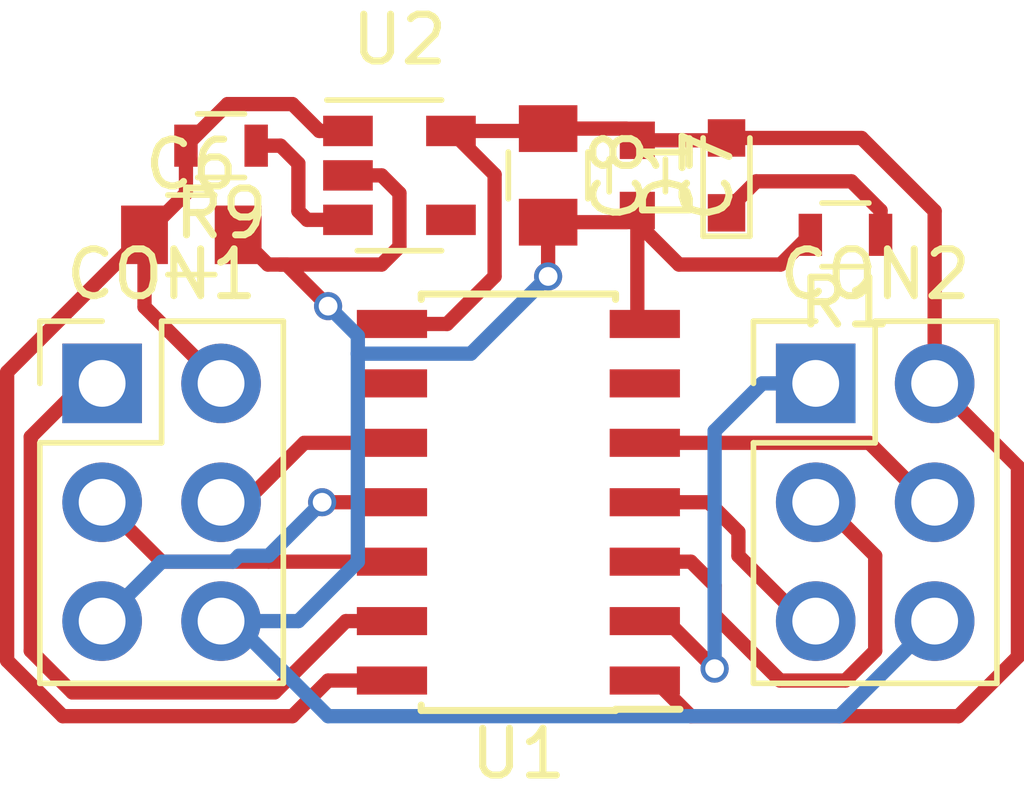
<source format=kicad_pcb>
(kicad_pcb (version 4) (host pcbnew 4.0.7)

  (general
    (links 27)
    (no_connects 0)
    (area 0 0 0 0)
    (thickness 1.6)
    (drawings 0)
    (tracks 117)
    (zones 0)
    (modules 10)
    (nets 17)
  )

  (page A)
  (layers
    (0 F.Cu signal)
    (31 B.Cu signal)
    (32 B.Adhes user)
    (33 F.Adhes user)
    (34 B.Paste user)
    (35 F.Paste user)
    (36 B.SilkS user)
    (37 F.SilkS user)
    (38 B.Mask user)
    (39 F.Mask user)
    (40 Dwgs.User user)
    (41 Cmts.User user)
    (42 Eco1.User user)
    (43 Eco2.User user)
    (44 Edge.Cuts user)
    (45 Margin user)
    (46 B.CrtYd user)
    (47 F.CrtYd user)
    (48 B.Fab user hide)
    (49 F.Fab user hide)
  )

  (setup
    (last_trace_width 0.3048)
    (user_trace_width 0.3048)
    (user_trace_width 0.4064)
    (user_trace_width 0.6096)
    (trace_clearance 0.2)
    (zone_clearance 0.35)
    (zone_45_only no)
    (trace_min 0.2)
    (segment_width 0.2)
    (edge_width 0.15)
    (via_size 0.6)
    (via_drill 0.4)
    (via_min_size 0.4)
    (via_min_drill 0.3)
    (uvia_size 0.3)
    (uvia_drill 0.1)
    (uvias_allowed no)
    (uvia_min_size 0.2)
    (uvia_min_drill 0.1)
    (pcb_text_width 0.3)
    (pcb_text_size 1.5 1.5)
    (mod_edge_width 0.15)
    (mod_text_size 1 1)
    (mod_text_width 0.15)
    (pad_size 1.7 1.7)
    (pad_drill 1)
    (pad_to_mask_clearance 0)
    (aux_axis_origin 0 0)
    (visible_elements 7FFEFFFF)
    (pcbplotparams
      (layerselection 0x00030_80000001)
      (usegerberextensions false)
      (excludeedgelayer true)
      (linewidth 0.100000)
      (plotframeref false)
      (viasonmask false)
      (mode 1)
      (useauxorigin false)
      (hpglpennumber 1)
      (hpglpenspeed 20)
      (hpglpendiameter 15)
      (hpglpenoverlay 2)
      (psnegative false)
      (psa4output false)
      (plotreference true)
      (plotvalue true)
      (plotinvisibletext false)
      (padsonsilk false)
      (subtractmaskfromsilk false)
      (outputformat 1)
      (mirror false)
      (drillshape 1)
      (scaleselection 1)
      (outputdirectory ""))
  )

  (net 0 "")
  (net 1 GND)
  (net 2 +3V3)
  (net 3 "Net-(R9-Pad1)")
  (net 4 "Net-(U2-Pad4)")
  (net 5 /MISO_5V)
  (net 6 /SCK_5V)
  (net 7 /MOSI_5V)
  (net 8 /~RESET_5V)
  (net 9 /MISO_3V)
  (net 10 /SCK_3V)
  (net 11 /MOSI_3V)
  (net 12 /~RESET_3V)
  (net 13 "Net-(U1-Pad6)")
  (net 14 "Net-(U1-Pad9)")
  (net 15 +5V)
  (net 16 "Net-(D1-Pad1)")

  (net_class Default "This is the default net class."
    (clearance 0.2)
    (trace_width 0.25)
    (via_dia 0.6)
    (via_drill 0.4)
    (uvia_dia 0.3)
    (uvia_drill 0.1)
    (add_net +3V3)
    (add_net +5V)
    (add_net /MISO_3V)
    (add_net /MISO_5V)
    (add_net /MOSI_3V)
    (add_net /MOSI_5V)
    (add_net /SCK_3V)
    (add_net /SCK_5V)
    (add_net /~RESET_3V)
    (add_net /~RESET_5V)
    (add_net GND)
    (add_net "Net-(D1-Pad1)")
    (add_net "Net-(R9-Pad1)")
    (add_net "Net-(U1-Pad6)")
    (add_net "Net-(U1-Pad9)")
    (add_net "Net-(U2-Pad4)")
  )

  (module Capacitors_SMD:C_0805 (layer F.Cu) (tedit 58AA8463) (tstamp 5B565131)
    (at 137.795 106.045)
    (descr "Capacitor SMD 0805, reflow soldering, AVX (see smccp.pdf)")
    (tags "capacitor 0805")
    (path /5B3FF285)
    (attr smd)
    (fp_text reference C6 (at 0 -1.5) (layer F.SilkS)
      (effects (font (size 1 1) (thickness 0.15)))
    )
    (fp_text value 10uF (at 0 1.75) (layer F.Fab)
      (effects (font (size 1 1) (thickness 0.15)))
    )
    (fp_text user %R (at 0 -1.5) (layer F.Fab)
      (effects (font (size 1 1) (thickness 0.15)))
    )
    (fp_line (start -1 0.62) (end -1 -0.62) (layer F.Fab) (width 0.1))
    (fp_line (start 1 0.62) (end -1 0.62) (layer F.Fab) (width 0.1))
    (fp_line (start 1 -0.62) (end 1 0.62) (layer F.Fab) (width 0.1))
    (fp_line (start -1 -0.62) (end 1 -0.62) (layer F.Fab) (width 0.1))
    (fp_line (start 0.5 -0.85) (end -0.5 -0.85) (layer F.SilkS) (width 0.12))
    (fp_line (start -0.5 0.85) (end 0.5 0.85) (layer F.SilkS) (width 0.12))
    (fp_line (start -1.75 -0.88) (end 1.75 -0.88) (layer F.CrtYd) (width 0.05))
    (fp_line (start -1.75 -0.88) (end -1.75 0.87) (layer F.CrtYd) (width 0.05))
    (fp_line (start 1.75 0.87) (end 1.75 -0.88) (layer F.CrtYd) (width 0.05))
    (fp_line (start 1.75 0.87) (end -1.75 0.87) (layer F.CrtYd) (width 0.05))
    (pad 1 smd rect (at -1 0) (size 1 1.25) (layers F.Cu F.Paste F.Mask)
      (net 15 +5V))
    (pad 2 smd rect (at 1 0) (size 1 1.25) (layers F.Cu F.Paste F.Mask)
      (net 1 GND))
    (model Capacitors_SMD.3dshapes/C_0805.wrl
      (at (xyz 0 0 0))
      (scale (xyz 1 1 1))
      (rotate (xyz 0 0 0))
    )
  )

  (module Capacitors_SMD:C_0603 (layer F.Cu) (tedit 59958EE7) (tstamp 5B565142)
    (at 147.32 104.775 270)
    (descr "Capacitor SMD 0603, reflow soldering, AVX (see smccp.pdf)")
    (tags "capacitor 0603")
    (path /5B3FF331)
    (attr smd)
    (fp_text reference C7 (at 0 -1.5 270) (layer F.SilkS)
      (effects (font (size 1 1) (thickness 0.15)))
    )
    (fp_text value 1uF (at 0 1.5 270) (layer F.Fab)
      (effects (font (size 1 1) (thickness 0.15)))
    )
    (fp_line (start 1.4 0.65) (end -1.4 0.65) (layer F.CrtYd) (width 0.05))
    (fp_line (start 1.4 0.65) (end 1.4 -0.65) (layer F.CrtYd) (width 0.05))
    (fp_line (start -1.4 -0.65) (end -1.4 0.65) (layer F.CrtYd) (width 0.05))
    (fp_line (start -1.4 -0.65) (end 1.4 -0.65) (layer F.CrtYd) (width 0.05))
    (fp_line (start 0.35 0.6) (end -0.35 0.6) (layer F.SilkS) (width 0.12))
    (fp_line (start -0.35 -0.6) (end 0.35 -0.6) (layer F.SilkS) (width 0.12))
    (fp_line (start -0.8 -0.4) (end 0.8 -0.4) (layer F.Fab) (width 0.1))
    (fp_line (start 0.8 -0.4) (end 0.8 0.4) (layer F.Fab) (width 0.1))
    (fp_line (start 0.8 0.4) (end -0.8 0.4) (layer F.Fab) (width 0.1))
    (fp_line (start -0.8 0.4) (end -0.8 -0.4) (layer F.Fab) (width 0.1))
    (fp_text user %R (at 0 0 270) (layer F.Fab)
      (effects (font (size 0.3 0.3) (thickness 0.075)))
    )
    (pad 2 smd rect (at 0.75 0 270) (size 0.8 0.75) (layers F.Cu F.Paste F.Mask)
      (net 1 GND))
    (pad 1 smd rect (at -0.75 0 270) (size 0.8 0.75) (layers F.Cu F.Paste F.Mask)
      (net 2 +3V3))
    (model Capacitors_SMD.3dshapes/C_0603.wrl
      (at (xyz 0 0 0))
      (scale (xyz 1 1 1))
      (rotate (xyz 0 0 0))
    )
  )

  (module Capacitors_SMD:C_0805 (layer F.Cu) (tedit 58AA8463) (tstamp 5B565153)
    (at 145.415 104.775 270)
    (descr "Capacitor SMD 0805, reflow soldering, AVX (see smccp.pdf)")
    (tags "capacitor 0805")
    (path /5B3FF2D3)
    (attr smd)
    (fp_text reference C8 (at 0 -1.5 270) (layer F.SilkS)
      (effects (font (size 1 1) (thickness 0.15)))
    )
    (fp_text value 10uF (at 0 1.75 270) (layer F.Fab)
      (effects (font (size 1 1) (thickness 0.15)))
    )
    (fp_text user %R (at 0 -1.5 270) (layer F.Fab)
      (effects (font (size 1 1) (thickness 0.15)))
    )
    (fp_line (start -1 0.62) (end -1 -0.62) (layer F.Fab) (width 0.1))
    (fp_line (start 1 0.62) (end -1 0.62) (layer F.Fab) (width 0.1))
    (fp_line (start 1 -0.62) (end 1 0.62) (layer F.Fab) (width 0.1))
    (fp_line (start -1 -0.62) (end 1 -0.62) (layer F.Fab) (width 0.1))
    (fp_line (start 0.5 -0.85) (end -0.5 -0.85) (layer F.SilkS) (width 0.12))
    (fp_line (start -0.5 0.85) (end 0.5 0.85) (layer F.SilkS) (width 0.12))
    (fp_line (start -1.75 -0.88) (end 1.75 -0.88) (layer F.CrtYd) (width 0.05))
    (fp_line (start -1.75 -0.88) (end -1.75 0.87) (layer F.CrtYd) (width 0.05))
    (fp_line (start 1.75 0.87) (end 1.75 -0.88) (layer F.CrtYd) (width 0.05))
    (fp_line (start 1.75 0.87) (end -1.75 0.87) (layer F.CrtYd) (width 0.05))
    (pad 1 smd rect (at -1 0 270) (size 1 1.25) (layers F.Cu F.Paste F.Mask)
      (net 2 +3V3))
    (pad 2 smd rect (at 1 0 270) (size 1 1.25) (layers F.Cu F.Paste F.Mask)
      (net 1 GND))
    (model Capacitors_SMD.3dshapes/C_0805.wrl
      (at (xyz 0 0 0))
      (scale (xyz 1 1 1))
      (rotate (xyz 0 0 0))
    )
  )

  (module Pin_Headers:Pin_Header_Straight_2x03_Pitch2.54mm (layer F.Cu) (tedit 59650532) (tstamp 5B56516F)
    (at 135.89 109.22)
    (descr "Through hole straight pin header, 2x03, 2.54mm pitch, double rows")
    (tags "Through hole pin header THT 2x03 2.54mm double row")
    (path /5B52901B)
    (fp_text reference CON1 (at 1.27 -2.33) (layer F.SilkS)
      (effects (font (size 1 1) (thickness 0.15)))
    )
    (fp_text value AVR-ISP-6 (at 1.27 7.41) (layer F.Fab)
      (effects (font (size 1 1) (thickness 0.15)))
    )
    (fp_line (start 0 -1.27) (end 3.81 -1.27) (layer F.Fab) (width 0.1))
    (fp_line (start 3.81 -1.27) (end 3.81 6.35) (layer F.Fab) (width 0.1))
    (fp_line (start 3.81 6.35) (end -1.27 6.35) (layer F.Fab) (width 0.1))
    (fp_line (start -1.27 6.35) (end -1.27 0) (layer F.Fab) (width 0.1))
    (fp_line (start -1.27 0) (end 0 -1.27) (layer F.Fab) (width 0.1))
    (fp_line (start -1.33 6.41) (end 3.87 6.41) (layer F.SilkS) (width 0.12))
    (fp_line (start -1.33 1.27) (end -1.33 6.41) (layer F.SilkS) (width 0.12))
    (fp_line (start 3.87 -1.33) (end 3.87 6.41) (layer F.SilkS) (width 0.12))
    (fp_line (start -1.33 1.27) (end 1.27 1.27) (layer F.SilkS) (width 0.12))
    (fp_line (start 1.27 1.27) (end 1.27 -1.33) (layer F.SilkS) (width 0.12))
    (fp_line (start 1.27 -1.33) (end 3.87 -1.33) (layer F.SilkS) (width 0.12))
    (fp_line (start -1.33 0) (end -1.33 -1.33) (layer F.SilkS) (width 0.12))
    (fp_line (start -1.33 -1.33) (end 0 -1.33) (layer F.SilkS) (width 0.12))
    (fp_line (start -1.8 -1.8) (end -1.8 6.85) (layer F.CrtYd) (width 0.05))
    (fp_line (start -1.8 6.85) (end 4.35 6.85) (layer F.CrtYd) (width 0.05))
    (fp_line (start 4.35 6.85) (end 4.35 -1.8) (layer F.CrtYd) (width 0.05))
    (fp_line (start 4.35 -1.8) (end -1.8 -1.8) (layer F.CrtYd) (width 0.05))
    (fp_text user %R (at 1.27 2.54 90) (layer F.Fab)
      (effects (font (size 1 1) (thickness 0.15)))
    )
    (pad 1 thru_hole rect (at 0 0) (size 1.7 1.7) (drill 1) (layers *.Cu *.Mask)
      (net 5 /MISO_5V))
    (pad 2 thru_hole oval (at 2.54 0) (size 1.7 1.7) (drill 1) (layers *.Cu *.Mask)
      (net 15 +5V))
    (pad 3 thru_hole oval (at 0 2.54) (size 1.7 1.7) (drill 1) (layers *.Cu *.Mask)
      (net 6 /SCK_5V))
    (pad 4 thru_hole oval (at 2.54 2.54) (size 1.7 1.7) (drill 1) (layers *.Cu *.Mask)
      (net 7 /MOSI_5V))
    (pad 5 thru_hole oval (at 0 5.08) (size 1.7 1.7) (drill 1) (layers *.Cu *.Mask)
      (net 8 /~RESET_5V))
    (pad 6 thru_hole oval (at 2.54 5.08) (size 1.7 1.7) (drill 1) (layers *.Cu *.Mask)
      (net 1 GND))
    (model ${KISYS3DMOD}/Pin_Headers.3dshapes/Pin_Header_Straight_2x03_Pitch2.54mm.wrl
      (at (xyz 0 0 0))
      (scale (xyz 1 1 1))
      (rotate (xyz 0 0 0))
    )
  )

  (module Pin_Headers:Pin_Header_Straight_2x03_Pitch2.54mm (layer F.Cu) (tedit 59650532) (tstamp 5B56518B)
    (at 151.13 109.22)
    (descr "Through hole straight pin header, 2x03, 2.54mm pitch, double rows")
    (tags "Through hole pin header THT 2x03 2.54mm double row")
    (path /5B56546C)
    (fp_text reference CON2 (at 1.27 -2.33) (layer F.SilkS)
      (effects (font (size 1 1) (thickness 0.15)))
    )
    (fp_text value AVR-ISP-6 (at 1.27 7.41) (layer F.Fab)
      (effects (font (size 1 1) (thickness 0.15)))
    )
    (fp_line (start 0 -1.27) (end 3.81 -1.27) (layer F.Fab) (width 0.1))
    (fp_line (start 3.81 -1.27) (end 3.81 6.35) (layer F.Fab) (width 0.1))
    (fp_line (start 3.81 6.35) (end -1.27 6.35) (layer F.Fab) (width 0.1))
    (fp_line (start -1.27 6.35) (end -1.27 0) (layer F.Fab) (width 0.1))
    (fp_line (start -1.27 0) (end 0 -1.27) (layer F.Fab) (width 0.1))
    (fp_line (start -1.33 6.41) (end 3.87 6.41) (layer F.SilkS) (width 0.12))
    (fp_line (start -1.33 1.27) (end -1.33 6.41) (layer F.SilkS) (width 0.12))
    (fp_line (start 3.87 -1.33) (end 3.87 6.41) (layer F.SilkS) (width 0.12))
    (fp_line (start -1.33 1.27) (end 1.27 1.27) (layer F.SilkS) (width 0.12))
    (fp_line (start 1.27 1.27) (end 1.27 -1.33) (layer F.SilkS) (width 0.12))
    (fp_line (start 1.27 -1.33) (end 3.87 -1.33) (layer F.SilkS) (width 0.12))
    (fp_line (start -1.33 0) (end -1.33 -1.33) (layer F.SilkS) (width 0.12))
    (fp_line (start -1.33 -1.33) (end 0 -1.33) (layer F.SilkS) (width 0.12))
    (fp_line (start -1.8 -1.8) (end -1.8 6.85) (layer F.CrtYd) (width 0.05))
    (fp_line (start -1.8 6.85) (end 4.35 6.85) (layer F.CrtYd) (width 0.05))
    (fp_line (start 4.35 6.85) (end 4.35 -1.8) (layer F.CrtYd) (width 0.05))
    (fp_line (start 4.35 -1.8) (end -1.8 -1.8) (layer F.CrtYd) (width 0.05))
    (fp_text user %R (at 1.27 2.54 90) (layer F.Fab)
      (effects (font (size 1 1) (thickness 0.15)))
    )
    (pad 1 thru_hole rect (at 0 0) (size 1.7 1.7) (drill 1) (layers *.Cu *.Mask)
      (net 9 /MISO_3V))
    (pad 2 thru_hole oval (at 2.54 0) (size 1.7 1.7) (drill 1) (layers *.Cu *.Mask)
      (net 2 +3V3))
    (pad 3 thru_hole oval (at 0 2.54) (size 1.7 1.7) (drill 1) (layers *.Cu *.Mask)
      (net 10 /SCK_3V))
    (pad 4 thru_hole oval (at 2.54 2.54) (size 1.7 1.7) (drill 1) (layers *.Cu *.Mask)
      (net 11 /MOSI_3V))
    (pad 5 thru_hole oval (at 0 5.08) (size 1.7 1.7) (drill 1) (layers *.Cu *.Mask)
      (net 12 /~RESET_3V))
    (pad 6 thru_hole oval (at 2.54 5.08) (size 1.7 1.7) (drill 1) (layers *.Cu *.Mask)
      (net 1 GND))
    (model ${KISYS3DMOD}/Pin_Headers.3dshapes/Pin_Header_Straight_2x03_Pitch2.54mm.wrl
      (at (xyz 0 0 0))
      (scale (xyz 1 1 1))
      (rotate (xyz 0 0 0))
    )
  )

  (module Resistors_SMD:R_0603 (layer F.Cu) (tedit 58E0A804) (tstamp 5B5651CE)
    (at 138.43 104.14 180)
    (descr "Resistor SMD 0603, reflow soldering, Vishay (see dcrcw.pdf)")
    (tags "resistor 0603")
    (path /5B3FF1C8)
    (attr smd)
    (fp_text reference R9 (at 0 -1.45 180) (layer F.SilkS)
      (effects (font (size 1 1) (thickness 0.15)))
    )
    (fp_text value 100K (at 0 1.5 180) (layer F.Fab)
      (effects (font (size 1 1) (thickness 0.15)))
    )
    (fp_text user %R (at 0 0 180) (layer F.Fab)
      (effects (font (size 0.4 0.4) (thickness 0.075)))
    )
    (fp_line (start -0.8 0.4) (end -0.8 -0.4) (layer F.Fab) (width 0.1))
    (fp_line (start 0.8 0.4) (end -0.8 0.4) (layer F.Fab) (width 0.1))
    (fp_line (start 0.8 -0.4) (end 0.8 0.4) (layer F.Fab) (width 0.1))
    (fp_line (start -0.8 -0.4) (end 0.8 -0.4) (layer F.Fab) (width 0.1))
    (fp_line (start 0.5 0.68) (end -0.5 0.68) (layer F.SilkS) (width 0.12))
    (fp_line (start -0.5 -0.68) (end 0.5 -0.68) (layer F.SilkS) (width 0.12))
    (fp_line (start -1.25 -0.7) (end 1.25 -0.7) (layer F.CrtYd) (width 0.05))
    (fp_line (start -1.25 -0.7) (end -1.25 0.7) (layer F.CrtYd) (width 0.05))
    (fp_line (start 1.25 0.7) (end 1.25 -0.7) (layer F.CrtYd) (width 0.05))
    (fp_line (start 1.25 0.7) (end -1.25 0.7) (layer F.CrtYd) (width 0.05))
    (pad 1 smd rect (at -0.75 0 180) (size 0.5 0.9) (layers F.Cu F.Paste F.Mask)
      (net 3 "Net-(R9-Pad1)"))
    (pad 2 smd rect (at 0.75 0 180) (size 0.5 0.9) (layers F.Cu F.Paste F.Mask)
      (net 15 +5V))
    (model ${KISYS3DMOD}/Resistors_SMD.3dshapes/R_0603.wrl
      (at (xyz 0 0 0))
      (scale (xyz 1 1 1))
      (rotate (xyz 0 0 0))
    )
  )

  (module Housings_SOIC:SOIC-14_3.9x8.7mm_Pitch1.27mm (layer F.Cu) (tedit 58CC8F64) (tstamp 5B5651F1)
    (at 144.78 111.76 180)
    (descr "14-Lead Plastic Small Outline (SL) - Narrow, 3.90 mm Body [SOIC] (see Microchip Packaging Specification 00000049BS.pdf)")
    (tags "SOIC 1.27")
    (path /5B565286)
    (attr smd)
    (fp_text reference U1 (at 0 -5.375 180) (layer F.SilkS)
      (effects (font (size 1 1) (thickness 0.15)))
    )
    (fp_text value TXB0104D (at 0 5.375 180) (layer F.Fab)
      (effects (font (size 1 1) (thickness 0.15)))
    )
    (fp_text user %R (at 0 0 180) (layer F.Fab)
      (effects (font (size 0.9 0.9) (thickness 0.135)))
    )
    (fp_line (start -0.95 -4.35) (end 1.95 -4.35) (layer F.Fab) (width 0.15))
    (fp_line (start 1.95 -4.35) (end 1.95 4.35) (layer F.Fab) (width 0.15))
    (fp_line (start 1.95 4.35) (end -1.95 4.35) (layer F.Fab) (width 0.15))
    (fp_line (start -1.95 4.35) (end -1.95 -3.35) (layer F.Fab) (width 0.15))
    (fp_line (start -1.95 -3.35) (end -0.95 -4.35) (layer F.Fab) (width 0.15))
    (fp_line (start -3.7 -4.65) (end -3.7 4.65) (layer F.CrtYd) (width 0.05))
    (fp_line (start 3.7 -4.65) (end 3.7 4.65) (layer F.CrtYd) (width 0.05))
    (fp_line (start -3.7 -4.65) (end 3.7 -4.65) (layer F.CrtYd) (width 0.05))
    (fp_line (start -3.7 4.65) (end 3.7 4.65) (layer F.CrtYd) (width 0.05))
    (fp_line (start -2.075 -4.45) (end -2.075 -4.425) (layer F.SilkS) (width 0.15))
    (fp_line (start 2.075 -4.45) (end 2.075 -4.335) (layer F.SilkS) (width 0.15))
    (fp_line (start 2.075 4.45) (end 2.075 4.335) (layer F.SilkS) (width 0.15))
    (fp_line (start -2.075 4.45) (end -2.075 4.335) (layer F.SilkS) (width 0.15))
    (fp_line (start -2.075 -4.45) (end 2.075 -4.45) (layer F.SilkS) (width 0.15))
    (fp_line (start -2.075 4.45) (end 2.075 4.45) (layer F.SilkS) (width 0.15))
    (fp_line (start -2.075 -4.425) (end -3.45 -4.425) (layer F.SilkS) (width 0.15))
    (pad 1 smd rect (at -2.7 -3.81 180) (size 1.5 0.6) (layers F.Cu F.Paste F.Mask)
      (net 2 +3V3))
    (pad 2 smd rect (at -2.7 -2.54 180) (size 1.5 0.6) (layers F.Cu F.Paste F.Mask)
      (net 9 /MISO_3V))
    (pad 3 smd rect (at -2.7 -1.27 180) (size 1.5 0.6) (layers F.Cu F.Paste F.Mask)
      (net 10 /SCK_3V))
    (pad 4 smd rect (at -2.7 0 180) (size 1.5 0.6) (layers F.Cu F.Paste F.Mask)
      (net 12 /~RESET_3V))
    (pad 5 smd rect (at -2.7 1.27 180) (size 1.5 0.6) (layers F.Cu F.Paste F.Mask)
      (net 11 /MOSI_3V))
    (pad 6 smd rect (at -2.7 2.54 180) (size 1.5 0.6) (layers F.Cu F.Paste F.Mask)
      (net 13 "Net-(U1-Pad6)"))
    (pad 7 smd rect (at -2.7 3.81 180) (size 1.5 0.6) (layers F.Cu F.Paste F.Mask)
      (net 1 GND))
    (pad 8 smd rect (at 2.7 3.81 180) (size 1.5 0.6) (layers F.Cu F.Paste F.Mask)
      (net 2 +3V3))
    (pad 9 smd rect (at 2.7 2.54 180) (size 1.5 0.6) (layers F.Cu F.Paste F.Mask)
      (net 14 "Net-(U1-Pad9)"))
    (pad 10 smd rect (at 2.7 1.27 180) (size 1.5 0.6) (layers F.Cu F.Paste F.Mask)
      (net 7 /MOSI_5V))
    (pad 11 smd rect (at 2.7 0 180) (size 1.5 0.6) (layers F.Cu F.Paste F.Mask)
      (net 8 /~RESET_5V))
    (pad 12 smd rect (at 2.7 -1.27 180) (size 1.5 0.6) (layers F.Cu F.Paste F.Mask)
      (net 6 /SCK_5V))
    (pad 13 smd rect (at 2.7 -2.54 180) (size 1.5 0.6) (layers F.Cu F.Paste F.Mask)
      (net 5 /MISO_5V))
    (pad 14 smd rect (at 2.7 -3.81 180) (size 1.5 0.6) (layers F.Cu F.Paste F.Mask)
      (net 15 +5V))
    (model ${KISYS3DMOD}/Housings_SOIC.3dshapes/SOIC-14_3.9x8.7mm_Pitch1.27mm.wrl
      (at (xyz 0 0 0))
      (scale (xyz 1 1 1))
      (rotate (xyz 0 0 0))
    )
  )

  (module TO_SOT_Packages_SMD:SOT-23-5 (layer F.Cu) (tedit 58CE4E7E) (tstamp 5B565206)
    (at 142.24 104.775)
    (descr "5-pin SOT23 package")
    (tags SOT-23-5)
    (path /5B3FF118)
    (attr smd)
    (fp_text reference U2 (at 0 -2.9) (layer F.SilkS)
      (effects (font (size 1 1) (thickness 0.15)))
    )
    (fp_text value MIC5225-3.3 (at 0 2.9) (layer F.Fab)
      (effects (font (size 1 1) (thickness 0.15)))
    )
    (fp_text user %R (at 0 0 90) (layer F.Fab)
      (effects (font (size 0.5 0.5) (thickness 0.075)))
    )
    (fp_line (start -0.9 1.61) (end 0.9 1.61) (layer F.SilkS) (width 0.12))
    (fp_line (start 0.9 -1.61) (end -1.55 -1.61) (layer F.SilkS) (width 0.12))
    (fp_line (start -1.9 -1.8) (end 1.9 -1.8) (layer F.CrtYd) (width 0.05))
    (fp_line (start 1.9 -1.8) (end 1.9 1.8) (layer F.CrtYd) (width 0.05))
    (fp_line (start 1.9 1.8) (end -1.9 1.8) (layer F.CrtYd) (width 0.05))
    (fp_line (start -1.9 1.8) (end -1.9 -1.8) (layer F.CrtYd) (width 0.05))
    (fp_line (start -0.9 -0.9) (end -0.25 -1.55) (layer F.Fab) (width 0.1))
    (fp_line (start 0.9 -1.55) (end -0.25 -1.55) (layer F.Fab) (width 0.1))
    (fp_line (start -0.9 -0.9) (end -0.9 1.55) (layer F.Fab) (width 0.1))
    (fp_line (start 0.9 1.55) (end -0.9 1.55) (layer F.Fab) (width 0.1))
    (fp_line (start 0.9 -1.55) (end 0.9 1.55) (layer F.Fab) (width 0.1))
    (pad 1 smd rect (at -1.1 -0.95) (size 1.06 0.65) (layers F.Cu F.Paste F.Mask)
      (net 15 +5V))
    (pad 2 smd rect (at -1.1 0) (size 1.06 0.65) (layers F.Cu F.Paste F.Mask)
      (net 1 GND))
    (pad 3 smd rect (at -1.1 0.95) (size 1.06 0.65) (layers F.Cu F.Paste F.Mask)
      (net 3 "Net-(R9-Pad1)"))
    (pad 4 smd rect (at 1.1 0.95) (size 1.06 0.65) (layers F.Cu F.Paste F.Mask)
      (net 4 "Net-(U2-Pad4)"))
    (pad 5 smd rect (at 1.1 -0.95) (size 1.06 0.65) (layers F.Cu F.Paste F.Mask)
      (net 2 +3V3))
    (model ${KISYS3DMOD}/TO_SOT_Packages_SMD.3dshapes/SOT-23-5.wrl
      (at (xyz 0 0 0))
      (scale (xyz 1 1 1))
      (rotate (xyz 0 0 0))
    )
  )

  (module footprints:R_0603 (layer F.Cu) (tedit 58E0A804) (tstamp 5B565885)
    (at 151.765 106.045 180)
    (descr "Resistor SMD 0603, reflow soldering, Vishay (see dcrcw.pdf)")
    (tags "resistor 0603")
    (path /5B56685E)
    (attr smd)
    (fp_text reference R1 (at 0 -1.45 180) (layer F.SilkS)
      (effects (font (size 1 1) (thickness 0.15)))
    )
    (fp_text value 330 (at 0 1.5 180) (layer F.Fab)
      (effects (font (size 1 1) (thickness 0.15)))
    )
    (fp_text user %R (at 0 0 180) (layer F.Fab)
      (effects (font (size 0.4 0.4) (thickness 0.075)))
    )
    (fp_line (start -0.8 0.4) (end -0.8 -0.4) (layer F.Fab) (width 0.1))
    (fp_line (start 0.8 0.4) (end -0.8 0.4) (layer F.Fab) (width 0.1))
    (fp_line (start 0.8 -0.4) (end 0.8 0.4) (layer F.Fab) (width 0.1))
    (fp_line (start -0.8 -0.4) (end 0.8 -0.4) (layer F.Fab) (width 0.1))
    (fp_line (start 0.5 0.68) (end -0.5 0.68) (layer F.SilkS) (width 0.12))
    (fp_line (start -0.5 -0.68) (end 0.5 -0.68) (layer F.SilkS) (width 0.12))
    (fp_line (start -1.25 -0.7) (end 1.25 -0.7) (layer F.CrtYd) (width 0.05))
    (fp_line (start -1.25 -0.7) (end -1.25 0.7) (layer F.CrtYd) (width 0.05))
    (fp_line (start 1.25 0.7) (end 1.25 -0.7) (layer F.CrtYd) (width 0.05))
    (fp_line (start 1.25 0.7) (end -1.25 0.7) (layer F.CrtYd) (width 0.05))
    (pad 1 smd rect (at -0.75 0 180) (size 0.5 0.9) (layers F.Cu F.Paste F.Mask)
      (net 16 "Net-(D1-Pad1)"))
    (pad 2 smd rect (at 0.75 0 180) (size 0.5 0.9) (layers F.Cu F.Paste F.Mask)
      (net 1 GND))
    (model ${KISYS3DMOD}/Resistors_SMD.3dshapes/R_0603.wrl
      (at (xyz 0 0 0))
      (scale (xyz 1 1 1))
      (rotate (xyz 0 0 0))
    )
  )

  (module footprints:LED_0603 (layer F.Cu) (tedit 57FE93A5) (tstamp 5B565983)
    (at 149.225 104.775 90)
    (descr "LED 0603 smd package")
    (tags "LED led 0603 SMD smd SMT smt smdled SMDLED smtled SMTLED")
    (path /5B566813)
    (attr smd)
    (fp_text reference D1 (at 0 -1.25 90) (layer F.SilkS)
      (effects (font (size 1 1) (thickness 0.15)))
    )
    (fp_text value LED (at 0 1.35 90) (layer F.Fab)
      (effects (font (size 1 1) (thickness 0.15)))
    )
    (fp_line (start -1.3 -0.5) (end -1.3 0.5) (layer F.SilkS) (width 0.12))
    (fp_line (start -0.2 -0.2) (end -0.2 0.2) (layer F.Fab) (width 0.1))
    (fp_line (start -0.15 0) (end 0.15 -0.2) (layer F.Fab) (width 0.1))
    (fp_line (start 0.15 0.2) (end -0.15 0) (layer F.Fab) (width 0.1))
    (fp_line (start 0.15 -0.2) (end 0.15 0.2) (layer F.Fab) (width 0.1))
    (fp_line (start 0.8 0.4) (end -0.8 0.4) (layer F.Fab) (width 0.1))
    (fp_line (start 0.8 -0.4) (end 0.8 0.4) (layer F.Fab) (width 0.1))
    (fp_line (start -0.8 -0.4) (end 0.8 -0.4) (layer F.Fab) (width 0.1))
    (fp_line (start -0.8 0.4) (end -0.8 -0.4) (layer F.Fab) (width 0.1))
    (fp_line (start -1.3 0.5) (end 0.8 0.5) (layer F.SilkS) (width 0.12))
    (fp_line (start -1.3 -0.5) (end 0.8 -0.5) (layer F.SilkS) (width 0.12))
    (fp_line (start 1.45 -0.65) (end 1.45 0.65) (layer F.CrtYd) (width 0.05))
    (fp_line (start 1.45 0.65) (end -1.45 0.65) (layer F.CrtYd) (width 0.05))
    (fp_line (start -1.45 0.65) (end -1.45 -0.65) (layer F.CrtYd) (width 0.05))
    (fp_line (start -1.45 -0.65) (end 1.45 -0.65) (layer F.CrtYd) (width 0.05))
    (pad 2 smd rect (at 0.8 0 270) (size 0.8 0.8) (layers F.Cu F.Paste F.Mask)
      (net 2 +3V3))
    (pad 1 smd rect (at -0.8 0 270) (size 0.8 0.8) (layers F.Cu F.Paste F.Mask)
      (net 16 "Net-(D1-Pad1)"))
    (model ${KISYS3DMOD}/LEDs.3dshapes/LED_0603.wrl
      (at (xyz 0 0 0))
      (scale (xyz 1 1 1))
      (rotate (xyz 0 0 180))
    )
  )

  (segment (start 145.415 105.775) (end 145.415 106.934) (width 0.3048) (layer F.Cu) (net 1))
  (segment (start 143.764 108.585) (end 141.351 108.585) (width 0.3048) (layer B.Cu) (net 1) (tstamp 5B565BD6))
  (segment (start 145.415 106.934) (end 143.764 108.585) (width 0.3048) (layer B.Cu) (net 1) (tstamp 5B565BD5))
  (via (at 145.415 106.934) (size 0.6) (drill 0.4) (layers F.Cu B.Cu) (net 1))
  (segment (start 147.32 105.525) (end 147.32 107.79) (width 0.3048) (layer F.Cu) (net 1))
  (segment (start 147.32 107.79) (end 147.48 107.95) (width 0.3048) (layer F.Cu) (net 1) (tstamp 5B565BCF))
  (segment (start 145.415 105.775) (end 147.07 105.775) (width 0.3048) (layer F.Cu) (net 1))
  (segment (start 147.07 105.775) (end 147.32 105.525) (width 0.3048) (layer F.Cu) (net 1) (tstamp 5B565BCC))
  (segment (start 138.43 114.3) (end 138.684 114.3) (width 0.3048) (layer B.Cu) (net 1))
  (segment (start 138.684 114.3) (end 140.716 116.332) (width 0.3048) (layer B.Cu) (net 1) (tstamp 5B565BC5))
  (segment (start 151.638 116.332) (end 153.67 114.3) (width 0.3048) (layer B.Cu) (net 1) (tstamp 5B565BC8))
  (segment (start 140.716 116.332) (end 151.638 116.332) (width 0.3048) (layer B.Cu) (net 1) (tstamp 5B565BC6))
  (segment (start 147.32 105.525) (end 147.32 105.791) (width 0.3048) (layer F.Cu) (net 1))
  (segment (start 147.32 105.791) (end 148.209 106.68) (width 0.3048) (layer F.Cu) (net 1) (tstamp 5B565B99))
  (segment (start 148.209 106.68) (end 150.38 106.68) (width 0.3048) (layer F.Cu) (net 1) (tstamp 5B565B9A))
  (segment (start 150.38 106.68) (end 151.015 106.045) (width 0.3048) (layer F.Cu) (net 1) (tstamp 5B565B9B))
  (segment (start 138.43 114.3) (end 140.081 114.3) (width 0.3048) (layer B.Cu) (net 1))
  (segment (start 140.081 114.3) (end 141.351 113.03) (width 0.3048) (layer B.Cu) (net 1) (tstamp 5B565B74))
  (segment (start 141.351 113.03) (end 141.351 108.585) (width 0.3048) (layer B.Cu) (net 1) (tstamp 5B565B75))
  (segment (start 139.827 106.68) (end 139.7 106.68) (width 0.3048) (layer F.Cu) (net 1) (tstamp 5B565B7A))
  (segment (start 141.351 108.585) (end 141.351 108.204) (width 0.3048) (layer B.Cu) (net 1) (tstamp 5B565BD9))
  (segment (start 141.351 108.204) (end 140.716 107.569) (width 0.3048) (layer B.Cu) (net 1) (tstamp 5B565B77))
  (via (at 140.716 107.569) (size 0.6) (drill 0.4) (layers F.Cu B.Cu) (net 1))
  (segment (start 140.716 107.569) (end 139.827 106.68) (width 0.3048) (layer F.Cu) (net 1) (tstamp 5B565B79))
  (segment (start 141.14 104.775) (end 141.859 104.775) (width 0.3048) (layer F.Cu) (net 1))
  (segment (start 139.43 106.68) (end 138.795 106.045) (width 0.3048) (layer F.Cu) (net 1) (tstamp 5B565B68))
  (segment (start 141.859 106.68) (end 139.7 106.68) (width 0.3048) (layer F.Cu) (net 1) (tstamp 5B565B67))
  (segment (start 139.7 106.68) (end 139.43 106.68) (width 0.3048) (layer F.Cu) (net 1) (tstamp 5B565B7D))
  (segment (start 142.24 106.299) (end 141.859 106.68) (width 0.3048) (layer F.Cu) (net 1) (tstamp 5B565B66))
  (segment (start 142.24 105.156) (end 142.24 106.299) (width 0.3048) (layer F.Cu) (net 1) (tstamp 5B565B65))
  (segment (start 141.859 104.775) (end 142.24 105.156) (width 0.3048) (layer F.Cu) (net 1) (tstamp 5B565B64))
  (segment (start 147.48 115.57) (end 147.701 115.57) (width 0.3048) (layer F.Cu) (net 2))
  (segment (start 147.701 115.57) (end 148.463 116.332) (width 0.3048) (layer F.Cu) (net 2) (tstamp 5B565B9E))
  (segment (start 148.463 116.332) (end 154.178 116.332) (width 0.3048) (layer F.Cu) (net 2) (tstamp 5B565B9F))
  (segment (start 154.178 116.332) (end 155.448 115.062) (width 0.3048) (layer F.Cu) (net 2) (tstamp 5B565BA0))
  (segment (start 155.448 115.062) (end 155.448 110.998) (width 0.3048) (layer F.Cu) (net 2) (tstamp 5B565BA1))
  (segment (start 155.448 110.998) (end 153.67 109.22) (width 0.3048) (layer F.Cu) (net 2) (tstamp 5B565BA3))
  (segment (start 149.225 103.975) (end 152.108 103.975) (width 0.3048) (layer F.Cu) (net 2))
  (segment (start 153.67 105.537) (end 153.67 109.22) (width 0.3048) (layer F.Cu) (net 2) (tstamp 5B565B8F))
  (segment (start 152.108 103.975) (end 153.67 105.537) (width 0.3048) (layer F.Cu) (net 2) (tstamp 5B565B8D))
  (segment (start 147.32 104.025) (end 149.175 104.025) (width 0.3048) (layer F.Cu) (net 2))
  (segment (start 149.175 104.025) (end 149.225 103.975) (width 0.3048) (layer F.Cu) (net 2) (tstamp 5B565B8A))
  (segment (start 145.415 103.775) (end 147.07 103.775) (width 0.3048) (layer F.Cu) (net 2))
  (segment (start 147.07 103.775) (end 147.32 104.025) (width 0.3048) (layer F.Cu) (net 2) (tstamp 5B565B87))
  (segment (start 143.34 103.825) (end 145.365 103.825) (width 0.3048) (layer F.Cu) (net 2))
  (segment (start 145.365 103.825) (end 145.415 103.775) (width 0.3048) (layer F.Cu) (net 2) (tstamp 5B565B84))
  (segment (start 142.08 107.95) (end 143.256 107.95) (width 0.3048) (layer F.Cu) (net 2))
  (segment (start 144.272 104.757) (end 143.34 103.825) (width 0.3048) (layer F.Cu) (net 2) (tstamp 5B565B81))
  (segment (start 144.272 106.934) (end 144.272 104.757) (width 0.3048) (layer F.Cu) (net 2) (tstamp 5B565B80))
  (segment (start 143.256 107.95) (end 144.272 106.934) (width 0.3048) (layer F.Cu) (net 2) (tstamp 5B565B7F))
  (segment (start 139.18 104.14) (end 139.7 104.14) (width 0.3048) (layer F.Cu) (net 3))
  (segment (start 140.269 105.725) (end 141.14 105.725) (width 0.3048) (layer F.Cu) (net 3) (tstamp 5B565B61))
  (segment (start 140.081 105.537) (end 140.269 105.725) (width 0.3048) (layer F.Cu) (net 3) (tstamp 5B565B60))
  (segment (start 140.081 104.521) (end 140.081 105.537) (width 0.3048) (layer F.Cu) (net 3) (tstamp 5B565B5F))
  (segment (start 139.7 104.14) (end 140.081 104.521) (width 0.3048) (layer F.Cu) (net 3) (tstamp 5B565B5E))
  (segment (start 135.89 109.22) (end 135.509 109.22) (width 0.3048) (layer F.Cu) (net 5))
  (segment (start 135.509 109.22) (end 134.366 110.363) (width 0.3048) (layer F.Cu) (net 5) (tstamp 5B565B43))
  (segment (start 134.366 110.363) (end 134.366 114.935) (width 0.3048) (layer F.Cu) (net 5) (tstamp 5B565B44))
  (segment (start 134.366 114.935) (end 135.255 115.824) (width 0.3048) (layer F.Cu) (net 5) (tstamp 5B565B45))
  (segment (start 135.255 115.824) (end 139.573 115.824) (width 0.3048) (layer F.Cu) (net 5) (tstamp 5B565B46))
  (segment (start 139.573 115.824) (end 141.097 114.3) (width 0.3048) (layer F.Cu) (net 5) (tstamp 5B565B47))
  (segment (start 141.097 114.3) (end 142.08 114.3) (width 0.3048) (layer F.Cu) (net 5) (tstamp 5B565B48))
  (segment (start 135.89 111.76) (end 137.16 113.03) (width 0.3048) (layer F.Cu) (net 6))
  (segment (start 139.446 113.03) (end 142.08 113.03) (width 0.3048) (layer F.Cu) (net 6) (tstamp 5B565B40))
  (segment (start 137.16 113.03) (end 139.446 113.03) (width 0.3048) (layer F.Cu) (net 6) (tstamp 5B565B3F))
  (segment (start 138.43 111.76) (end 138.938 111.76) (width 0.3048) (layer F.Cu) (net 7))
  (segment (start 138.938 111.76) (end 140.208 110.49) (width 0.3048) (layer F.Cu) (net 7) (tstamp 5B565B3A))
  (segment (start 140.208 110.49) (end 142.08 110.49) (width 0.3048) (layer F.Cu) (net 7) (tstamp 5B565B3B))
  (segment (start 135.89 114.3) (end 137.16 113.03) (width 0.3048) (layer B.Cu) (net 8))
  (segment (start 140.589 111.76) (end 142.08 111.76) (width 0.3048) (layer F.Cu) (net 8) (tstamp 5B565B70))
  (via (at 140.589 111.76) (size 0.6) (drill 0.4) (layers F.Cu B.Cu) (net 8))
  (segment (start 139.446 112.903) (end 140.589 111.76) (width 0.3048) (layer B.Cu) (net 8) (tstamp 5B565B6E))
  (segment (start 138.811 112.903) (end 139.446 112.903) (width 0.3048) (layer B.Cu) (net 8) (tstamp 5B565B6D))
  (segment (start 138.684 113.03) (end 138.811 112.903) (width 0.3048) (layer B.Cu) (net 8) (tstamp 5B565B6C))
  (segment (start 137.16 113.03) (end 138.684 113.03) (width 0.3048) (layer B.Cu) (net 8) (tstamp 5B565B6B))
  (segment (start 151.13 109.22) (end 149.987 109.22) (width 0.3048) (layer B.Cu) (net 9))
  (segment (start 148.971 115.316) (end 147.955 114.3) (width 0.3048) (layer F.Cu) (net 9) (tstamp 5B565BC1))
  (via (at 148.971 115.316) (size 0.6) (drill 0.4) (layers F.Cu B.Cu) (net 9))
  (segment (start 148.971 110.236) (end 148.971 115.316) (width 0.3048) (layer B.Cu) (net 9) (tstamp 5B565BBF))
  (segment (start 149.987 109.22) (end 148.971 110.236) (width 0.3048) (layer B.Cu) (net 9) (tstamp 5B565BBE))
  (segment (start 147.955 114.3) (end 147.48 114.3) (width 0.3048) (layer F.Cu) (net 9) (tstamp 5B565BC2))
  (segment (start 151.13 111.76) (end 151.257 111.76) (width 0.3048) (layer F.Cu) (net 10))
  (segment (start 151.257 111.76) (end 152.4 112.903) (width 0.3048) (layer F.Cu) (net 10) (tstamp 5B565BB3))
  (segment (start 152.4 112.903) (end 152.4 114.935) (width 0.3048) (layer F.Cu) (net 10) (tstamp 5B565BB4))
  (segment (start 152.4 114.935) (end 151.765 115.57) (width 0.3048) (layer F.Cu) (net 10) (tstamp 5B565BB5))
  (segment (start 151.765 115.57) (end 150.368 115.57) (width 0.3048) (layer F.Cu) (net 10) (tstamp 5B565BB6))
  (segment (start 150.368 115.57) (end 148.971 114.173) (width 0.3048) (layer F.Cu) (net 10) (tstamp 5B565BB7))
  (segment (start 148.971 114.173) (end 148.971 113.538) (width 0.3048) (layer F.Cu) (net 10) (tstamp 5B565BB9))
  (segment (start 148.971 113.538) (end 148.463 113.03) (width 0.3048) (layer F.Cu) (net 10) (tstamp 5B565BBA))
  (segment (start 148.463 113.03) (end 147.48 113.03) (width 0.3048) (layer F.Cu) (net 10) (tstamp 5B565BBB))
  (segment (start 153.67 111.76) (end 153.543 111.76) (width 0.3048) (layer F.Cu) (net 11))
  (segment (start 153.543 111.76) (end 152.273 110.49) (width 0.3048) (layer F.Cu) (net 11) (tstamp 5B565BA7))
  (segment (start 152.273 110.49) (end 147.48 110.49) (width 0.3048) (layer F.Cu) (net 11) (tstamp 5B565BA8))
  (segment (start 151.13 114.3) (end 150.876 114.3) (width 0.3048) (layer F.Cu) (net 12))
  (segment (start 150.876 114.3) (end 149.479 112.903) (width 0.3048) (layer F.Cu) (net 12) (tstamp 5B565BAD))
  (segment (start 149.479 112.903) (end 149.479 112.395) (width 0.3048) (layer F.Cu) (net 12) (tstamp 5B565BAE))
  (segment (start 149.479 112.395) (end 148.844 111.76) (width 0.3048) (layer F.Cu) (net 12) (tstamp 5B565BAF))
  (segment (start 148.844 111.76) (end 147.48 111.76) (width 0.3048) (layer F.Cu) (net 12) (tstamp 5B565BB0))
  (segment (start 141.14 103.825) (end 140.528 103.825) (width 0.3048) (layer F.Cu) (net 15))
  (segment (start 138.569 103.251) (end 137.68 104.14) (width 0.3048) (layer F.Cu) (net 15) (tstamp 5B565B5B))
  (segment (start 139.954 103.251) (end 138.569 103.251) (width 0.3048) (layer F.Cu) (net 15) (tstamp 5B565B5A))
  (segment (start 140.528 103.825) (end 139.954 103.251) (width 0.3048) (layer F.Cu) (net 15) (tstamp 5B565B59))
  (segment (start 137.68 104.14) (end 137.68 105.16) (width 0.3048) (layer F.Cu) (net 15))
  (segment (start 137.68 105.16) (end 136.795 106.045) (width 0.3048) (layer F.Cu) (net 15) (tstamp 5B565B56))
  (segment (start 142.08 115.57) (end 140.716 115.57) (width 0.3048) (layer F.Cu) (net 15))
  (segment (start 133.861198 108.978802) (end 136.795 106.045) (width 0.3048) (layer F.Cu) (net 15) (tstamp 5B565B4F))
  (segment (start 133.861198 115.144096) (end 133.861198 108.978802) (width 0.3048) (layer F.Cu) (net 15) (tstamp 5B565B4E))
  (segment (start 135.049102 116.332) (end 133.861198 115.144096) (width 0.3048) (layer F.Cu) (net 15) (tstamp 5B565B4D))
  (segment (start 139.954 116.332) (end 135.049102 116.332) (width 0.3048) (layer F.Cu) (net 15) (tstamp 5B565B4C))
  (segment (start 140.716 115.57) (end 139.954 116.332) (width 0.3048) (layer F.Cu) (net 15) (tstamp 5B565B4B))
  (segment (start 136.795 106.045) (end 136.795 107.585) (width 0.3048) (layer F.Cu) (net 15) (tstamp 5B565B51))
  (segment (start 136.795 107.585) (end 138.43 109.22) (width 0.3048) (layer F.Cu) (net 15) (tstamp 5B565B52))
  (segment (start 149.225 105.575) (end 149.225 105.537) (width 0.3048) (layer F.Cu) (net 16))
  (segment (start 149.225 105.537) (end 149.86 104.902) (width 0.3048) (layer F.Cu) (net 16) (tstamp 5B565B93))
  (segment (start 149.86 104.902) (end 151.892 104.902) (width 0.3048) (layer F.Cu) (net 16) (tstamp 5B565B94))
  (segment (start 151.892 104.902) (end 152.515 105.525) (width 0.3048) (layer F.Cu) (net 16) (tstamp 5B565B95))
  (segment (start 152.515 105.525) (end 152.515 106.045) (width 0.3048) (layer F.Cu) (net 16) (tstamp 5B565B96))

)

</source>
